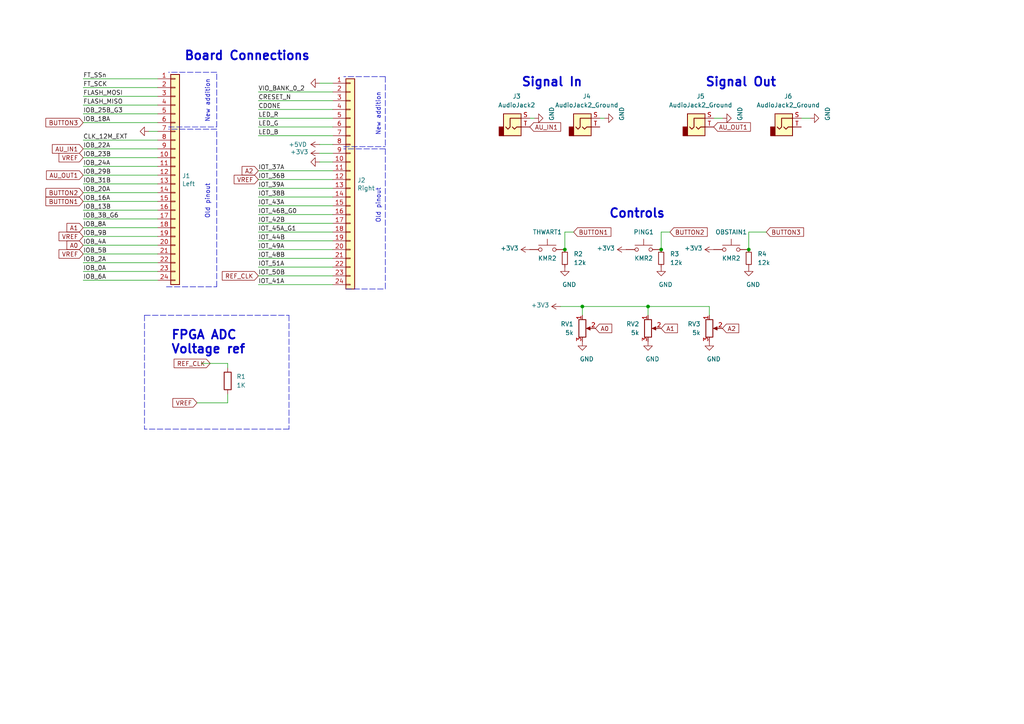
<source format=kicad_sch>
(kicad_sch (version 20210126) (generator eeschema)
  (paper "A4")
  (lib_symbols
    (symbol "Connector:AudioJack2"
      (property "Reference" "J" (at 0 8.89 0))
      (property "Value" "AudioJack2" (at 0 6.35 0))
      (symbol "AudioJack2_0_1"
        (rectangle (start -3.81 0) (end -2.54 -2.54) (stroke (width 0.254)) (fill (type outline)))
        (rectangle (start -2.54 3.81) (end 2.54 -2.54) (stroke (width 0.254)) (fill (type background)))
        (polyline (pts (xy 0 0) (xy 0.635 -0.635) (xy 1.27 0) (xy 2.54 0)) (stroke (width 0.254)))
        (polyline (pts (xy 2.54 2.54) (xy -0.635 2.54) (xy -0.635 0) (xy -1.27 -0.635) (xy -1.905 0)) (stroke (width 0.254)))
      )
      (symbol "AudioJack2_1_1"
        (pin passive line (at 5.08 2.54 180) (length 2.54) (name "~") (number "S"))
        (pin passive line (at 5.08 0 180) (length 2.54) (name "~") (number "T"))
      )
    )
    (symbol "Device:R" (pin_numbers hide) (pin_names (offset 0))
      (property "Reference" "R" (at 2.032 0 90))
      (property "Value" "R" (at 0 0 90))
      (symbol "R_0_1"
        (rectangle (start -1.016 -2.54) (end 1.016 2.54) (stroke (width 0.254)))
      )
      (symbol "R_1_1"
        (pin passive line (at 0 3.81 270) (length 1.27) (name "~") (number "1"))
        (pin passive line (at 0 -3.81 90) (length 1.27) (name "~") (number "2"))
      )
    )
    (symbol "Device:R_Potentiometer" (pin_names (offset 1.016) hide)
      (property "Reference" "RV" (at -4.445 0 90))
      (property "Value" "R_Potentiometer" (at -2.54 0 90))
      (symbol "R_Potentiometer_0_1"
        (rectangle (start 1.016 2.54) (end -1.016 -2.54) (stroke (width 0.254)))
        (polyline (pts (xy 2.54 0) (xy 1.524 0)))
        (polyline (pts (xy 1.143 0) (xy 2.286 0.508) (xy 2.286 -0.508) (xy 1.143 0)) (fill (type outline)))
      )
      (symbol "R_Potentiometer_1_1"
        (pin passive line (at 0 3.81 270) (length 1.27) (name "1") (number "1"))
        (pin passive line (at 3.81 0 180) (length 1.27) (name "2") (number "2"))
        (pin passive line (at 0 -3.81 90) (length 1.27) (name "3") (number "3"))
      )
    )
    (symbol "Device:R_Small" (pin_numbers hide) (pin_names (offset 0.254) hide)
      (property "Reference" "R" (at 0.762 0.508 0))
      (property "Value" "R_Small" (at 0.762 -1.016 0))
      (symbol "R_Small_0_1"
        (rectangle (start -0.762 1.778) (end 0.762 -1.778) (stroke (width 0.2032)))
      )
      (symbol "R_Small_1_1"
        (pin passive line (at 0 2.54 270) (length 0.762) (name "~") (number "1"))
        (pin passive line (at 0 -2.54 90) (length 0.762) (name "~") (number "2"))
      )
    )
    (symbol "Switch:SW_Push" (pin_numbers hide) (pin_names (offset 1.016) hide)
      (property "Reference" "SW" (at 1.27 2.54 0))
      (property "Value" "SW_Push" (at 0 -1.524 0))
      (symbol "SW_Push_0_1"
        (circle (center -2.032 0) (radius 0.508))
        (circle (center 2.032 0) (radius 0.508))
        (polyline (pts (xy 0 1.27) (xy 0 3.048)))
        (polyline (pts (xy 2.54 1.27) (xy -2.54 1.27)))
        (pin passive line (at -5.08 0 0) (length 2.54) (name "1") (number "1"))
        (pin passive line (at 5.08 0 180) (length 2.54) (name "2") (number "2"))
      )
    )
    (symbol "UPduino_v3.0:Connector_Generic_Conn_01x24" (pin_names (offset 1.016) hide)
      (property "Reference" "J" (at 0 30.48 0))
      (property "Value" "Connector_Generic_Conn_01x24" (at 0 -33.02 0))
      (symbol "Connector_Generic_Conn_01x24_1_1"
        (rectangle (start -1.27 -30.353) (end 0 -30.607) (stroke (width 0.1524)))
        (rectangle (start -1.27 -27.813) (end 0 -28.067) (stroke (width 0.1524)))
        (rectangle (start -1.27 -25.273) (end 0 -25.527) (stroke (width 0.1524)))
        (rectangle (start -1.27 -22.733) (end 0 -22.987) (stroke (width 0.1524)))
        (rectangle (start -1.27 -20.193) (end 0 -20.447) (stroke (width 0.1524)))
        (rectangle (start -1.27 -17.653) (end 0 -17.907) (stroke (width 0.1524)))
        (rectangle (start -1.27 -15.113) (end 0 -15.367) (stroke (width 0.1524)))
        (rectangle (start -1.27 -12.573) (end 0 -12.827) (stroke (width 0.1524)))
        (rectangle (start -1.27 -10.033) (end 0 -10.287) (stroke (width 0.1524)))
        (rectangle (start -1.27 -7.493) (end 0 -7.747) (stroke (width 0.1524)))
        (rectangle (start -1.27 -4.953) (end 0 -5.207) (stroke (width 0.1524)))
        (rectangle (start -1.27 -2.413) (end 0 -2.667) (stroke (width 0.1524)))
        (rectangle (start -1.27 0.127) (end 0 -0.127) (stroke (width 0.1524)))
        (rectangle (start -1.27 2.667) (end 0 2.413) (stroke (width 0.1524)))
        (rectangle (start -1.27 5.207) (end 0 4.953) (stroke (width 0.1524)))
        (rectangle (start -1.27 7.747) (end 0 7.493) (stroke (width 0.1524)))
        (rectangle (start -1.27 10.287) (end 0 10.033) (stroke (width 0.1524)))
        (rectangle (start -1.27 12.827) (end 0 12.573) (stroke (width 0.1524)))
        (rectangle (start -1.27 15.367) (end 0 15.113) (stroke (width 0.1524)))
        (rectangle (start -1.27 17.907) (end 0 17.653) (stroke (width 0.1524)))
        (rectangle (start -1.27 20.447) (end 0 20.193) (stroke (width 0.1524)))
        (rectangle (start -1.27 22.987) (end 0 22.733) (stroke (width 0.1524)))
        (rectangle (start -1.27 25.527) (end 0 25.273) (stroke (width 0.1524)))
        (rectangle (start -1.27 28.067) (end 0 27.813) (stroke (width 0.1524)))
        (rectangle (start -1.27 29.21) (end 1.27 -31.75) (stroke (width 0.254)) (fill (type background)))
        (pin passive line (at -5.08 27.94 0) (length 3.81) (name "Pin_1") (number "1"))
        (pin passive line (at -5.08 5.08 0) (length 3.81) (name "Pin_10") (number "10"))
        (pin passive line (at -5.08 2.54 0) (length 3.81) (name "Pin_11") (number "11"))
        (pin passive line (at -5.08 0 0) (length 3.81) (name "Pin_12") (number "12"))
        (pin passive line (at -5.08 -2.54 0) (length 3.81) (name "Pin_13") (number "13"))
        (pin passive line (at -5.08 -5.08 0) (length 3.81) (name "Pin_14") (number "14"))
        (pin passive line (at -5.08 -7.62 0) (length 3.81) (name "Pin_15") (number "15"))
        (pin passive line (at -5.08 -10.16 0) (length 3.81) (name "Pin_16") (number "16"))
        (pin passive line (at -5.08 -12.7 0) (length 3.81) (name "Pin_17") (number "17"))
        (pin passive line (at -5.08 -15.24 0) (length 3.81) (name "Pin_18") (number "18"))
        (pin passive line (at -5.08 -17.78 0) (length 3.81) (name "Pin_19") (number "19"))
        (pin passive line (at -5.08 25.4 0) (length 3.81) (name "Pin_2") (number "2"))
        (pin passive line (at -5.08 -20.32 0) (length 3.81) (name "Pin_20") (number "20"))
        (pin passive line (at -5.08 -22.86 0) (length 3.81) (name "Pin_21") (number "21"))
        (pin passive line (at -5.08 -25.4 0) (length 3.81) (name "Pin_22") (number "22"))
        (pin passive line (at -5.08 -27.94 0) (length 3.81) (name "Pin_23") (number "23"))
        (pin passive line (at -5.08 -30.48 0) (length 3.81) (name "Pin_24") (number "24"))
        (pin passive line (at -5.08 22.86 0) (length 3.81) (name "Pin_3") (number "3"))
        (pin passive line (at -5.08 20.32 0) (length 3.81) (name "Pin_4") (number "4"))
        (pin passive line (at -5.08 17.78 0) (length 3.81) (name "Pin_5") (number "5"))
        (pin passive line (at -5.08 15.24 0) (length 3.81) (name "Pin_6") (number "6"))
        (pin passive line (at -5.08 12.7 0) (length 3.81) (name "Pin_7") (number "7"))
        (pin passive line (at -5.08 10.16 0) (length 3.81) (name "Pin_8") (number "8"))
        (pin passive line (at -5.08 7.62 0) (length 3.81) (name "Pin_9") (number "9"))
      )
    )
    (symbol "UPduino_v3.0:power_+3.3V" (power) (pin_names (offset 0))
      (property "Value" "power_+3.3V" (at 0 3.556 0))
      (symbol "power_+3.3V_0_1"
        (polyline (pts (xy -0.762 1.27) (xy 0 2.54)))
        (polyline (pts (xy 0 0) (xy 0 2.54)))
        (polyline (pts (xy 0 2.54) (xy 0.762 1.27)))
      )
      (symbol "power_+3.3V_1_1"
        (pin power_in line (at 0 0 90) (length 0) hide (name "+3V3") (number "1"))
      )
    )
    (symbol "UPduino_v3.0:power_+5VD" (power) (pin_names (offset 0))
      (property "Value" "power_+5VD" (at 0 3.556 0))
      (symbol "power_+5VD_0_1"
        (polyline (pts (xy -0.762 1.27) (xy 0 2.54)))
        (polyline (pts (xy 0 0) (xy 0 2.54)))
        (polyline (pts (xy 0 2.54) (xy 0.762 1.27)))
      )
      (symbol "power_+5VD_1_1"
        (pin power_in line (at 0 0 90) (length 0) hide (name "+5VD") (number "1"))
      )
    )
    (symbol "UPduino_v3.0:power_GND" (power) (pin_names (offset 0))
      (property "Value" "power_GND" (at 0 -3.81 0))
      (symbol "power_GND_0_1"
        (polyline (pts (xy 0 0) (xy 0 -1.27) (xy 1.27 -1.27) (xy 0 -2.54) (xy -1.27 -1.27) (xy 0 -1.27)))
      )
      (symbol "power_GND_1_1"
        (pin power_in line (at 0 0 270) (length 0) hide (name "GND") (number "1"))
      )
    )
    (symbol "power:GND" (power) (pin_names (offset 0))
      (property "Value" "GND" (at 0 -3.81 0))
      (symbol "GND_0_1"
        (polyline (pts (xy 0 0) (xy 0 -1.27) (xy 1.27 -1.27) (xy 0 -2.54) (xy -1.27 -1.27) (xy 0 -1.27)))
      )
      (symbol "GND_1_1"
        (pin power_in line (at 0 0 270) (length 0) hide (name "GND") (number "1"))
      )
    )
  )
  (junction (at 163.83 72.39) (diameter 0.9144))
  (junction (at 168.91 88.9) (diameter 0.9144))
  (junction (at 187.96 88.9) (diameter 0.9144))
  (junction (at 191.77 72.39) (diameter 0.9144))
  (junction (at 217.17 72.39) (diameter 0.9144))
  (wire (pts (xy 24.13 40.64) (xy 45.72 40.64)))
  (wire (pts (xy 45.72 22.86) (xy 24.13 22.86)))
  (wire (pts (xy 45.72 25.4) (xy 24.13 25.4)))
  (wire (pts (xy 45.72 27.94) (xy 24.13 27.94)))
  (wire (pts (xy 45.72 30.48) (xy 24.13 30.48)))
  (wire (pts (xy 45.72 33.02) (xy 24.13 33.02)))
  (wire (pts (xy 45.72 35.56) (xy 24.13 35.56)))
  (wire (pts (xy 45.72 38.1) (xy 43.18 38.1)))
  (wire (pts (xy 45.72 43.18) (xy 24.13 43.18)))
  (wire (pts (xy 45.72 45.72) (xy 24.13 45.72)))
  (wire (pts (xy 45.72 48.26) (xy 24.13 48.26)))
  (wire (pts (xy 45.72 50.8) (xy 24.13 50.8)))
  (wire (pts (xy 45.72 53.34) (xy 24.13 53.34)))
  (wire (pts (xy 45.72 55.88) (xy 24.13 55.88)))
  (wire (pts (xy 45.72 58.42) (xy 24.13 58.42)))
  (wire (pts (xy 45.72 60.96) (xy 24.13 60.96)))
  (wire (pts (xy 45.72 63.5) (xy 24.13 63.5)))
  (wire (pts (xy 45.72 66.04) (xy 24.13 66.04)))
  (wire (pts (xy 45.72 68.58) (xy 24.13 68.58)))
  (wire (pts (xy 45.72 71.12) (xy 24.13 71.12)))
  (wire (pts (xy 45.72 73.66) (xy 24.13 73.66)))
  (wire (pts (xy 45.72 76.2) (xy 24.13 76.2)))
  (wire (pts (xy 45.72 78.74) (xy 24.13 78.74)))
  (wire (pts (xy 45.72 81.28) (xy 24.13 81.28)))
  (wire (pts (xy 57.15 116.84) (xy 66.04 116.84)))
  (wire (pts (xy 58.42 105.41) (xy 66.04 105.41)))
  (wire (pts (xy 66.04 105.41) (xy 66.04 106.68)))
  (wire (pts (xy 66.04 114.3) (xy 66.04 116.84)))
  (wire (pts (xy 74.93 26.67) (xy 96.52 26.67)))
  (wire (pts (xy 92.71 24.13) (xy 96.52 24.13)))
  (wire (pts (xy 96.52 29.21) (xy 74.93 29.21)))
  (wire (pts (xy 96.52 31.75) (xy 74.93 31.75)))
  (wire (pts (xy 96.52 34.29) (xy 74.93 34.29)))
  (wire (pts (xy 96.52 36.83) (xy 74.93 36.83)))
  (wire (pts (xy 96.52 39.37) (xy 74.93 39.37)))
  (wire (pts (xy 96.52 41.91) (xy 92.71 41.91)))
  (wire (pts (xy 96.52 44.45) (xy 92.71 44.45)))
  (wire (pts (xy 96.52 46.99) (xy 92.71 46.99)))
  (wire (pts (xy 96.52 49.53) (xy 74.93 49.53)))
  (wire (pts (xy 96.52 52.07) (xy 74.93 52.07)))
  (wire (pts (xy 96.52 54.61) (xy 74.93 54.61)))
  (wire (pts (xy 96.52 57.15) (xy 74.93 57.15)))
  (wire (pts (xy 96.52 59.69) (xy 74.93 59.69)))
  (wire (pts (xy 96.52 62.23) (xy 74.93 62.23)))
  (wire (pts (xy 96.52 64.77) (xy 74.93 64.77)))
  (wire (pts (xy 96.52 67.31) (xy 74.93 67.31)))
  (wire (pts (xy 96.52 69.85) (xy 74.93 69.85)))
  (wire (pts (xy 96.52 72.39) (xy 74.93 72.39)))
  (wire (pts (xy 96.52 74.93) (xy 74.93 74.93)))
  (wire (pts (xy 96.52 77.47) (xy 74.93 77.47)))
  (wire (pts (xy 96.52 80.01) (xy 74.93 80.01)))
  (wire (pts (xy 96.52 82.55) (xy 74.93 82.55)))
  (wire (pts (xy 154.94 34.29) (xy 153.67 34.29)))
  (wire (pts (xy 162.56 88.9) (xy 168.91 88.9)))
  (wire (pts (xy 163.83 67.31) (xy 163.83 72.39)))
  (wire (pts (xy 166.37 67.31) (xy 163.83 67.31)))
  (wire (pts (xy 168.91 88.9) (xy 168.91 91.44)))
  (wire (pts (xy 168.91 88.9) (xy 187.96 88.9)))
  (wire (pts (xy 175.26 34.29) (xy 173.99 34.29)))
  (wire (pts (xy 187.96 88.9) (xy 187.96 91.44)))
  (wire (pts (xy 187.96 88.9) (xy 205.74 88.9)))
  (wire (pts (xy 191.77 67.31) (xy 191.77 72.39)))
  (wire (pts (xy 194.31 67.31) (xy 191.77 67.31)))
  (wire (pts (xy 205.74 88.9) (xy 205.74 91.44)))
  (wire (pts (xy 209.55 34.29) (xy 207.01 34.29)))
  (wire (pts (xy 217.17 67.31) (xy 217.17 72.39)))
  (wire (pts (xy 222.25 67.31) (xy 217.17 67.31)))
  (wire (pts (xy 234.95 34.29) (xy 232.41 34.29)))
  (polyline (pts (xy 41.91 91.44) (xy 41.91 124.46)) (stroke (width 0) (type dash)))
  (polyline (pts (xy 41.91 91.44) (xy 83.82 91.44)) (stroke (width 0) (type dash)))
  (polyline (pts (xy 48.26 83.185) (xy 62.865 83.185)) (stroke (width 0) (type dash)))
  (polyline (pts (xy 48.895 36.83) (xy 62.865 36.83)) (stroke (width 0) (type dash)))
  (polyline (pts (xy 62.865 20.955) (xy 48.895 20.955)) (stroke (width 0) (type dash)))
  (polyline (pts (xy 62.865 36.83) (xy 62.865 20.955)) (stroke (width 0) (type dash)))
  (polyline (pts (xy 62.865 37.465) (xy 48.895 37.465)) (stroke (width 0) (type dash)))
  (polyline (pts (xy 62.865 83.185) (xy 62.865 37.465)) (stroke (width 0) (type dash)))
  (polyline (pts (xy 83.82 91.44) (xy 83.82 124.46)) (stroke (width 0) (type dash)))
  (polyline (pts (xy 83.82 124.46) (xy 41.91 124.46)) (stroke (width 0) (type dash)))
  (polyline (pts (xy 99.695 42.545) (xy 111.76 42.545)) (stroke (width 0) (type dash)))
  (polyline (pts (xy 100.33 83.82) (xy 111.76 83.82)) (stroke (width 0) (type dash)))
  (polyline (pts (xy 111.76 22.225) (xy 99.695 22.225)) (stroke (width 0) (type dash)))
  (polyline (pts (xy 111.76 22.225) (xy 111.76 42.545)) (stroke (width 0) (type dash)))
  (polyline (pts (xy 111.76 43.18) (xy 99.695 43.18)) (stroke (width 0) (type dash)))
  (polyline (pts (xy 111.76 43.18) (xy 111.76 83.82)) (stroke (width 0) (type dash)))
  (text "FPGA ADC\nVoltage ref\n" (at 49.53 102.87 0) (effects (font (size 2.54 2.54) (thickness 0.508) bold) (justify left bottom)))
  (text "Board Connections" (at 53.34 17.78 0) (effects (font (size 2.54 2.54) (thickness 0.508) bold) (justify left bottom)))
  (text "New addition" (at 60.96 35.56 90) (effects (font (size 1.27 1.27)) (justify left bottom)))
  (text "Old pinout" (at 60.96 63.5 90) (effects (font (size 1.27 1.27)) (justify left bottom)))
  (text "New addition" (at 110.49 39.37 90) (effects (font (size 1.27 1.27)) (justify left bottom)))
  (text "Old pinout" (at 110.49 64.77 90) (effects (font (size 1.27 1.27)) (justify left bottom)))
  (text "Signal In" (at 151.13 25.4 0) (effects (font (size 2.54 2.54) (thickness 0.508) bold) (justify left bottom)))
  (text "Controls\n" (at 176.53 63.5 0) (effects (font (size 2.54 2.54) (thickness 0.508) bold) (justify left bottom)))
  (text "Signal Out" (at 204.47 25.4 0) (effects (font (size 2.54 2.54) (thickness 0.508) bold) (justify left bottom)))
  (label "FT_SSn" (at 24.13 22.86 0))
  (label "FT_SCK" (at 24.13 25.4 0))
  (label "FLASH_MOSI" (at 24.13 27.94 0))
  (label "FLASH_MISO" (at 24.13 30.48 0))
  (label "IOB_25B_G3" (at 24.13 33.02 0))
  (label "IOB_18A" (at 24.13 35.56 0))
  (label "CLK_12M_EXT" (at 24.13 40.64 0))
  (label "IOB_22A" (at 24.13 43.18 0))
  (label "IOB_23B" (at 24.13 45.72 0))
  (label "IOB_24A" (at 24.13 48.26 0))
  (label "IOB_29B" (at 24.13 50.8 0))
  (label "IOB_31B" (at 24.13 53.34 0))
  (label "IOB_20A" (at 24.13 55.88 0))
  (label "IOB_16A" (at 24.13 58.42 0))
  (label "IOB_13B" (at 24.13 60.96 0))
  (label "IOB_3B_G6" (at 24.13 63.5 0))
  (label "IOB_8A" (at 24.13 66.04 0))
  (label "IOB_9B" (at 24.13 68.58 0))
  (label "IOB_4A" (at 24.13 71.12 0))
  (label "IOB_5B" (at 24.13 73.66 0))
  (label "IOB_2A" (at 24.13 76.2 0))
  (label "IOB_0A" (at 24.13 78.74 0))
  (label "IOB_6A" (at 24.13 81.28 0))
  (label "VIO_BANK_0_2" (at 74.93 26.67 0))
  (label "CRESET_N" (at 74.93 29.21 0))
  (label "CDONE" (at 74.93 31.75 0))
  (label "LED_R" (at 74.93 34.29 0))
  (label "LED_G" (at 74.93 36.83 0))
  (label "LED_B" (at 74.93 39.37 0))
  (label "IOT_37A" (at 74.93 49.53 0))
  (label "IOT_36B" (at 74.93 52.07 0))
  (label "IOT_39A" (at 74.93 54.61 0))
  (label "IOT_38B" (at 74.93 57.15 0))
  (label "IOT_43A" (at 74.93 59.69 0))
  (label "IOT_46B_G0" (at 74.93 62.23 0))
  (label "IOT_42B" (at 74.93 64.77 0))
  (label "IOT_45A_G1" (at 74.93 67.31 0))
  (label "IOT_44B" (at 74.93 69.85 0))
  (label "IOT_49A" (at 74.93 72.39 0))
  (label "IOT_48B" (at 74.93 74.93 0))
  (label "IOT_51A" (at 74.93 77.47 0))
  (label "IOT_50B" (at 74.93 80.01 0))
  (label "IOT_41A" (at 74.93 82.55 0))
  (global_label "BUTTON3" (shape input) (at 24.13 35.56 180) (property "Intersheet References" "${INTERSHEET_REFS}" (effects hide)))
  (global_label "AU_IN1" (shape input) (at 24.13 43.18 180) (property "Intersheet References" "${INTERSHEET_REFS}" (effects hide)))
  (global_label "VREF" (shape input) (at 24.13 45.72 180) (property "Intersheet References" "${INTERSHEET_REFS}" (effects hide)))
  (global_label "AU_OUT1" (shape input) (at 24.13 50.8 180) (property "Intersheet References" "${INTERSHEET_REFS}" (effects hide)))
  (global_label "BUTTON2" (shape input) (at 24.13 55.88 180) (property "Intersheet References" "${INTERSHEET_REFS}" (effects hide)))
  (global_label "BUTTON1" (shape input) (at 24.13 58.42 180) (property "Intersheet References" "${INTERSHEET_REFS}" (effects hide)))
  (global_label "A1" (shape input) (at 24.13 66.04 180) (property "Intersheet References" "${INTERSHEET_REFS}" (effects hide)))
  (global_label "VREF" (shape input) (at 24.13 68.58 180) (property "Intersheet References" "${INTERSHEET_REFS}" (effects hide)))
  (global_label "A0" (shape input) (at 24.13 71.12 180) (property "Intersheet References" "${INTERSHEET_REFS}" (effects hide)))
  (global_label "VREF" (shape input) (at 24.13 73.66 180) (property "Intersheet References" "${INTERSHEET_REFS}" (effects hide)))
  (global_label "VREF" (shape input) (at 57.15 116.84 180) (property "Intersheet References" "${INTERSHEET_REFS}" (effects hide)))
  (global_label "REF_CLK" (shape input) (at 60.96 105.41 180) (property "Intersheet References" "${INTERSHEET_REFS}" (effects hide)))
  (global_label "A2" (shape input) (at 74.93 49.53 180) (property "Intersheet References" "${INTERSHEET_REFS}" (effects hide)))
  (global_label "VREF" (shape input) (at 74.93 52.07 180) (property "Intersheet References" "${INTERSHEET_REFS}" (effects hide)))
  (global_label "REF_CLK" (shape input) (at 74.93 80.01 180) (property "Intersheet References" "${INTERSHEET_REFS}" (effects hide)))
  (global_label "AU_IN1" (shape input) (at 153.67 36.83 0) (property "Intersheet References" "${INTERSHEET_REFS}" (effects hide)))
  (global_label "BUTTON1" (shape input) (at 166.37 67.31 0) (property "Intersheet References" "${INTERSHEET_REFS}" (effects hide)))
  (global_label "A0" (shape input) (at 172.72 95.25 0) (property "Intersheet References" "${INTERSHEET_REFS}" (effects hide)))
  (global_label "A1" (shape input) (at 191.77 95.25 0) (property "Intersheet References" "${INTERSHEET_REFS}" (effects hide)))
  (global_label "BUTTON2" (shape input) (at 194.31 67.31 0) (property "Intersheet References" "${INTERSHEET_REFS}" (effects hide)))
  (global_label "AU_OUT1" (shape input) (at 207.01 36.83 0) (property "Intersheet References" "${INTERSHEET_REFS}" (effects hide)))
  (global_label "A2" (shape input) (at 209.55 95.25 0) (property "Intersheet References" "${INTERSHEET_REFS}" (effects hide)))
  (global_label "BUTTON3" (shape input) (at 222.25 67.31 0) (property "Intersheet References" "${INTERSHEET_REFS}" (effects hide)))
  (symbol (lib_id "UPduino_v3.0:power_+5VD") (at 92.71 41.91 90) (unit 1)
    (property "Reference" "#PWR0113" (effects hide))
    (property "Value" "+5VD" (at 86.36 41.91 90))
  )
  (symbol (lib_id "UPduino_v3.0:power_+3.3V") (at 92.71 44.45 90) (unit 1)
    (property "Reference" "#PWR0112" (effects hide))
    (property "Value" "+3.3V" (at 89.4588 44.069 90) (effects (justify left)))
  )
  (symbol (lib_id "UPduino_v3.0:power_+3.3V") (at 153.67 72.39 90) (unit 1)
    (property "Reference" "#PWR0115" (effects hide))
    (property "Value" "+3.3V" (at 150.4188 72.009 90) (effects (justify left)))
  )
  (symbol (lib_id "UPduino_v3.0:power_+3.3V") (at 162.56 88.9 90) (unit 1)
    (property "Reference" "#PWR0106" (effects hide))
    (property "Value" "+3.3V" (at 159.3088 88.519 90) (effects (justify left)))
  )
  (symbol (lib_id "UPduino_v3.0:power_+3.3V") (at 181.61 72.39 90) (unit 1)
    (property "Reference" "#PWR0102" (effects hide))
    (property "Value" "+3.3V" (at 178.3588 72.009 90) (effects (justify left)))
  )
  (symbol (lib_id "UPduino_v3.0:power_+3.3V") (at 207.01 72.39 90) (unit 1)
    (property "Reference" "#PWR0101" (effects hide))
    (property "Value" "+3.3V" (at 203.7588 72.009 90) (effects (justify left)))
  )
  (symbol (lib_id "UPduino_v3.0:power_GND") (at 43.18 38.1 270) (unit 1)
    (property "Reference" "#PWR0110" (effects hide))
    (property "Value" "GND" (effects hide))
  )
  (symbol (lib_id "UPduino_v3.0:power_GND") (at 92.71 24.13 270) (unit 1)
    (property "Reference" "#PWR0114" (effects hide))
    (property "Value" "GND" (effects hide))
  )
  (symbol (lib_id "UPduino_v3.0:power_GND") (at 92.71 46.99 270) (unit 1)
    (property "Reference" "#PWR0111" (effects hide))
    (property "Value" "GND" (effects hide))
  )
  (symbol (lib_id "power:GND") (at 154.94 34.29 90) (unit 1)
    (property "Reference" "#PWR0116" (effects hide))
    (property "Value" "GND" (at 160.02 33.02 0))
  )
  (symbol (lib_id "power:GND") (at 163.83 77.47 0) (unit 1)
    (property "Reference" "#PWR0103" (effects hide))
    (property "Value" "GND" (at 165.1 82.55 0))
  )
  (symbol (lib_id "power:GND") (at 168.91 99.06 0) (unit 1)
    (property "Reference" "#PWR0105" (effects hide))
    (property "Value" "GND" (at 170.18 104.14 0))
  )
  (symbol (lib_id "power:GND") (at 175.26 34.29 90) (unit 1)
    (property "Reference" "#PWR0117" (effects hide))
    (property "Value" "GND" (at 180.34 33.02 0))
  )
  (symbol (lib_id "power:GND") (at 187.96 99.06 0) (unit 1)
    (property "Reference" "#PWR0109" (effects hide))
    (property "Value" "GND" (at 189.23 104.14 0))
  )
  (symbol (lib_id "power:GND") (at 191.77 77.47 0) (unit 1)
    (property "Reference" "#PWR0104" (effects hide))
    (property "Value" "GND" (at 193.04 82.55 0))
  )
  (symbol (lib_id "power:GND") (at 205.74 99.06 0) (unit 1)
    (property "Reference" "#PWR0107" (effects hide))
    (property "Value" "GND" (at 207.01 104.14 0))
  )
  (symbol (lib_id "power:GND") (at 209.55 34.29 90) (unit 1)
    (property "Reference" "#PWR0118" (effects hide))
    (property "Value" "GND" (at 214.63 33.02 0))
  )
  (symbol (lib_id "power:GND") (at 217.17 77.47 0) (unit 1)
    (property "Reference" "#PWR0108" (effects hide))
    (property "Value" "GND" (at 218.44 82.55 0))
  )
  (symbol (lib_id "power:GND") (at 234.95 34.29 90) (unit 1)
    (property "Reference" "#PWR0119" (effects hide))
    (property "Value" "GND" (at 240.03 33.02 0))
  )
  (symbol (lib_id "Device:R_Small") (at 163.83 74.93 0) (unit 1)
    (property "Reference" "R2" (at 166.37 73.66 0) (effects (justify left)))
    (property "Value" "12k" (at 166.37 76.2 0) (effects (justify left)))
    (property "Footprint" "Resistor_THT:R_Axial_DIN0204_L3.6mm_D1.6mm_P5.08mm_Horizontal" (effects hide))
  )
  (symbol (lib_id "Device:R_Small") (at 191.77 74.93 0) (unit 1)
    (property "Reference" "R3" (at 194.31 73.66 0) (effects (justify left)))
    (property "Value" "12k" (at 194.31 76.2 0) (effects (justify left)))
    (property "Footprint" "Resistor_THT:R_Axial_DIN0204_L3.6mm_D1.6mm_P5.08mm_Horizontal" (effects hide))
  )
  (symbol (lib_id "Device:R_Small") (at 217.17 74.93 0) (unit 1)
    (property "Reference" "R4" (at 219.71 73.66 0) (effects (justify left)))
    (property "Value" "12k" (at 219.71 76.2 0) (effects (justify left)))
    (property "Footprint" "Resistor_THT:R_Axial_DIN0204_L3.6mm_D1.6mm_P5.08mm_Horizontal" (effects hide))
  )
  (symbol (lib_id "Device:R") (at 66.04 110.49 0) (unit 1)
    (property "Reference" "R1" (at 68.58 109.22 0) (effects (justify left)))
    (property "Value" "1K" (at 68.58 111.76 0) (effects (justify left)))
    (property "Footprint" "Resistor_THT:R_Axial_DIN0204_L3.6mm_D1.6mm_P5.08mm_Horizontal" (effects hide))
  )
  (symbol (lib_id "Switch:SW_Push") (at 158.75 72.39 0) (mirror y) (unit 1)
    (property "Reference" "THWART1" (at 158.75 67.31 0))
    (property "Value" "KMR2" (at 158.75 74.93 0))
    (property "Footprint" "josh-buttons-switches:SW_Push_KMR2" (effects hide))
    (property "LCSC" "C72443" (effects hide))
    (property "MPN" "KMR221GLFS" (effects hide))
    (property "MPN2" "TS-1185EC-C-D-B" (effects hide))
    (property "Manufacturer" "C&K" (effects hide))
    (property "Manufacturer2" "XKB Connectivity" (effects hide))
  )
  (symbol (lib_id "Switch:SW_Push") (at 186.69 72.39 0) (mirror y) (unit 1)
    (property "Reference" "PING1" (at 186.69 67.31 0))
    (property "Value" "KMR2" (at 186.69 74.93 0))
    (property "Footprint" "josh-buttons-switches:SW_Push_KMR2" (effects hide))
    (property "LCSC" "C72443" (effects hide))
    (property "MPN" "KMR221GLFS" (effects hide))
    (property "MPN2" "TS-1185EC-C-D-B" (effects hide))
    (property "Manufacturer" "C&K" (effects hide))
    (property "Manufacturer2" "XKB Connectivity" (effects hide))
  )
  (symbol (lib_id "Switch:SW_Push") (at 212.09 72.39 0) (mirror y) (unit 1)
    (property "Reference" "OBSTAIN1" (at 212.09 67.31 0))
    (property "Value" "KMR2" (at 212.09 74.93 0))
    (property "Footprint" "josh-buttons-switches:SW_Push_KMR2" (effects hide))
    (property "LCSC" "C72443" (effects hide))
    (property "MPN" "KMR221GLFS" (effects hide))
    (property "MPN2" "TS-1185EC-C-D-B" (effects hide))
    (property "Manufacturer" "C&K" (effects hide))
    (property "Manufacturer2" "XKB Connectivity" (effects hide))
  )
  (symbol (lib_id "Device:R_Potentiometer") (at 168.91 95.25 0) (unit 1)
    (property "Reference" "RV1" (at 166.37 93.98 0) (effects (justify right)))
    (property "Value" "5k" (at 166.37 96.52 0) (effects (justify right)))
    (property "Footprint" "Potentiometer_THT:Potentiometer_Alps_RK09K_Single_Vertical" (effects hide))
  )
  (symbol (lib_id "Device:R_Potentiometer") (at 187.96 95.25 0) (unit 1)
    (property "Reference" "RV2" (at 185.42 93.98 0) (effects (justify right)))
    (property "Value" "5k" (at 185.42 96.52 0) (effects (justify right)))
    (property "Footprint" "Potentiometer_THT:Potentiometer_Alps_RK09K_Single_Vertical" (effects hide))
  )
  (symbol (lib_id "Device:R_Potentiometer") (at 205.74 95.25 0) (unit 1)
    (property "Reference" "RV3" (at 203.2 93.98 0) (effects (justify right)))
    (property "Value" "5k" (at 203.2 96.52 0) (effects (justify right)))
    (property "Footprint" "Potentiometer_THT:Potentiometer_Alps_RK09K_Single_Vertical" (effects hide))
  )
  (symbol (lib_id "Connector:AudioJack2") (at 148.59 36.83 0) (unit 1)
    (property "Reference" "J3" (at 149.86 27.94 0))
    (property "Value" "AudioJack2" (at 149.86 30.48 0))
    (property "Footprint" "Connector_Audio:Jack_3.5mm_QingPu_WQP-PJ398SM_Vertical_CircularHoles" (effects hide))
  )
  (symbol (lib_id "Connector:AudioJack2") (at 168.91 36.83 0) (unit 1)
    (property "Reference" "J4" (at 170.18 27.94 0))
    (property "Value" "AudioJack2_Ground" (at 170.18 30.48 0))
    (property "Footprint" "Connector_Audio:Jack_3.5mm_QingPu_WQP-PJ398SM_Vertical_CircularHoles" (effects hide))
  )
  (symbol (lib_id "Connector:AudioJack2") (at 201.93 36.83 0) (unit 1)
    (property "Reference" "J5" (at 203.2 27.94 0))
    (property "Value" "AudioJack2_Ground" (at 203.2 30.48 0))
    (property "Footprint" "Connector_Audio:Jack_3.5mm_QingPu_WQP-PJ398SM_Vertical_CircularHoles" (effects hide))
  )
  (symbol (lib_id "Connector:AudioJack2") (at 227.33 36.83 0) (unit 1)
    (property "Reference" "J6" (at 228.6 27.94 0))
    (property "Value" "AudioJack2_Ground" (at 228.6 30.48 0))
    (property "Footprint" "Connector_Audio:Jack_3.5mm_QingPu_WQP-PJ398SM_Vertical_CircularHoles" (effects hide))
  )
  (symbol (lib_id "UPduino_v3.0:Connector_Generic_Conn_01x24") (at 50.8 50.8 0) (unit 1)
    (property "Reference" "J1" (at 52.8066 51.0032 0) (effects (justify left)))
    (property "Value" "Left" (at 52.8066 53.3146 0) (effects (justify left)))
    (property "Footprint" "Connector_PinHeader_2.54mm:PinHeader_1x24_P2.54mm_Vertical" (effects hide))
  )
  (symbol (lib_id "UPduino_v3.0:Connector_Generic_Conn_01x24") (at 101.6 52.07 0) (unit 1)
    (property "Reference" "J2" (at 103.632 52.2732 0) (effects (justify left)))
    (property "Value" "Right" (at 103.632 54.5846 0) (effects (justify left)))
    (property "Footprint" "Connector_PinHeader_2.54mm:PinHeader_1x24_P2.54mm_Vertical" (effects hide))
  )
)
</source>
